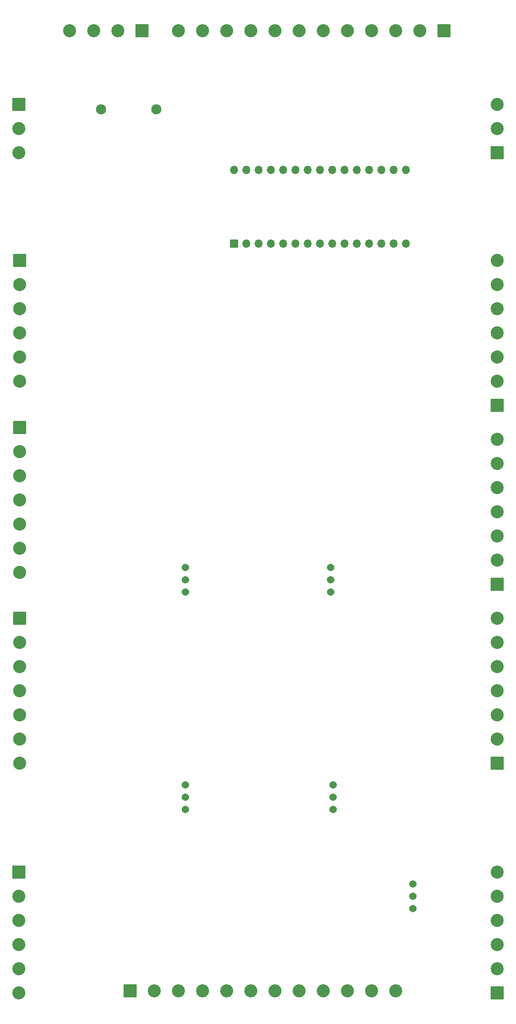
<source format=gbs>
G04 #@! TF.GenerationSoftware,KiCad,Pcbnew,(6.0.5-0)*
G04 #@! TF.CreationDate,2023-01-20T14:12:10+00:00*
G04 #@! TF.ProjectId,pipcb,70697063-622e-46b6-9963-61645f706362,rev?*
G04 #@! TF.SameCoordinates,Original*
G04 #@! TF.FileFunction,Soldermask,Bot*
G04 #@! TF.FilePolarity,Negative*
%FSLAX46Y46*%
G04 Gerber Fmt 4.6, Leading zero omitted, Abs format (unit mm)*
G04 Created by KiCad (PCBNEW (6.0.5-0)) date 2023-01-20 14:12:10*
%MOMM*%
%LPD*%
G01*
G04 APERTURE LIST*
G04 Aperture macros list*
%AMRoundRect*
0 Rectangle with rounded corners*
0 $1 Rounding radius*
0 $2 $3 $4 $5 $6 $7 $8 $9 X,Y pos of 4 corners*
0 Add a 4 corners polygon primitive as box body*
4,1,4,$2,$3,$4,$5,$6,$7,$8,$9,$2,$3,0*
0 Add four circle primitives for the rounded corners*
1,1,$1+$1,$2,$3*
1,1,$1+$1,$4,$5*
1,1,$1+$1,$6,$7*
1,1,$1+$1,$8,$9*
0 Add four rect primitives between the rounded corners*
20,1,$1+$1,$2,$3,$4,$5,0*
20,1,$1+$1,$4,$5,$6,$7,0*
20,1,$1+$1,$6,$7,$8,$9,0*
20,1,$1+$1,$8,$9,$2,$3,0*%
G04 Aperture macros list end*
%ADD10RoundRect,0.050000X1.300000X1.300000X-1.300000X1.300000X-1.300000X-1.300000X1.300000X-1.300000X0*%
%ADD11C,2.700000*%
%ADD12RoundRect,0.050000X1.300000X-1.300000X1.300000X1.300000X-1.300000X1.300000X-1.300000X-1.300000X0*%
%ADD13C,1.540000*%
%ADD14RoundRect,0.050000X-1.300000X1.300000X-1.300000X-1.300000X1.300000X-1.300000X1.300000X1.300000X0*%
%ADD15RoundRect,0.050000X-1.300000X-1.300000X1.300000X-1.300000X1.300000X1.300000X-1.300000X1.300000X0*%
%ADD16C,2.100000*%
%ADD17RoundRect,0.050000X0.800000X-0.800000X0.800000X0.800000X-0.800000X0.800000X-0.800000X-0.800000X0*%
%ADD18O,1.700000X1.700000*%
G04 APERTURE END LIST*
D10*
X31000000Y34500000D03*
D11*
X26000000Y34500000D03*
X21000000Y34500000D03*
X16000000Y34500000D03*
D12*
X104500000Y-80000000D03*
D11*
X104500000Y-75000000D03*
X104500000Y-70000000D03*
X104500000Y-65000000D03*
X104500000Y-60000000D03*
X104500000Y-55000000D03*
X104500000Y-50000000D03*
D13*
X70000000Y-76450000D03*
X70000000Y-78990000D03*
X70000000Y-81530000D03*
X40000000Y-121450000D03*
X40000000Y-123990000D03*
X40000000Y-126530000D03*
D12*
X104500000Y-117000000D03*
D11*
X104500000Y-112000000D03*
X104500000Y-107000000D03*
X104500000Y-102000000D03*
X104500000Y-97000000D03*
X104500000Y-92000000D03*
X104500000Y-87000000D03*
D12*
X104500000Y9250000D03*
D11*
X104500000Y14250000D03*
X104500000Y19250000D03*
D12*
X104500000Y-43000000D03*
D11*
X104500000Y-38000000D03*
X104500000Y-33000000D03*
X104500000Y-28000000D03*
X104500000Y-23000000D03*
X104500000Y-18000000D03*
X104500000Y-13000000D03*
D14*
X5500000Y-139500000D03*
D11*
X5500000Y-144500000D03*
X5500000Y-149500000D03*
X5500000Y-154500000D03*
X5500000Y-159500000D03*
X5500000Y-164500000D03*
D14*
X5640000Y-13000000D03*
D11*
X5640000Y-18000000D03*
X5640000Y-23000000D03*
X5640000Y-28000000D03*
X5640000Y-33000000D03*
X5640000Y-38000000D03*
D14*
X5640000Y-47500000D03*
D11*
X5640000Y-52500000D03*
X5640000Y-57500000D03*
X5640000Y-62500000D03*
X5640000Y-67500000D03*
X5640000Y-72500000D03*
X5640000Y-77500000D03*
D13*
X70500000Y-121450000D03*
X70500000Y-123990000D03*
X70500000Y-126530000D03*
D15*
X28500000Y-164000000D03*
D11*
X33500000Y-164000000D03*
X38500000Y-164000000D03*
X43500000Y-164000000D03*
X48500000Y-164000000D03*
X53500000Y-164000000D03*
X58500000Y-164000000D03*
X63500000Y-164000000D03*
X68500000Y-164000000D03*
X73500000Y-164000000D03*
X78500000Y-164000000D03*
X83500000Y-164000000D03*
D14*
X5640000Y-87000000D03*
D11*
X5640000Y-92000000D03*
X5640000Y-97000000D03*
X5640000Y-102000000D03*
X5640000Y-107000000D03*
X5640000Y-112000000D03*
X5640000Y-117000000D03*
D16*
X22550000Y18250000D03*
X33950000Y18250000D03*
D10*
X93500000Y34500000D03*
D11*
X88500000Y34500000D03*
X83500000Y34500000D03*
X78500000Y34500000D03*
X73500000Y34500000D03*
X68500000Y34500000D03*
X63500000Y34500000D03*
X58500000Y34500000D03*
X53500000Y34500000D03*
X48500000Y34500000D03*
X43500000Y34500000D03*
X38500000Y34500000D03*
D17*
X50000000Y-9500000D03*
D18*
X52540000Y-9500000D03*
X55080000Y-9500000D03*
X57620000Y-9500000D03*
X60160000Y-9500000D03*
X62700000Y-9500000D03*
X65240000Y-9500000D03*
X67780000Y-9500000D03*
X70320000Y-9500000D03*
X72860000Y-9500000D03*
X75400000Y-9500000D03*
X77940000Y-9500000D03*
X80480000Y-9500000D03*
X83020000Y-9500000D03*
X85560000Y-9500000D03*
X85560000Y5740000D03*
X83020000Y5740000D03*
X80480000Y5740000D03*
X77940000Y5740000D03*
X75400000Y5740000D03*
X72860000Y5740000D03*
X70320000Y5740000D03*
X67780000Y5740000D03*
X65240000Y5740000D03*
X62700000Y5740000D03*
X60160000Y5740000D03*
X57620000Y5740000D03*
X55080000Y5740000D03*
X52540000Y5740000D03*
X50000000Y5740000D03*
D12*
X104500000Y-164500000D03*
D11*
X104500000Y-159500000D03*
X104500000Y-154500000D03*
X104500000Y-149500000D03*
X104500000Y-144500000D03*
X104500000Y-139500000D03*
D14*
X5500000Y19250000D03*
D11*
X5500000Y14250000D03*
X5500000Y9250000D03*
D13*
X40000000Y-76460000D03*
X40000000Y-79000000D03*
X40000000Y-81540000D03*
X87000000Y-141900000D03*
X87000000Y-144440000D03*
X87000000Y-146980000D03*
M02*

</source>
